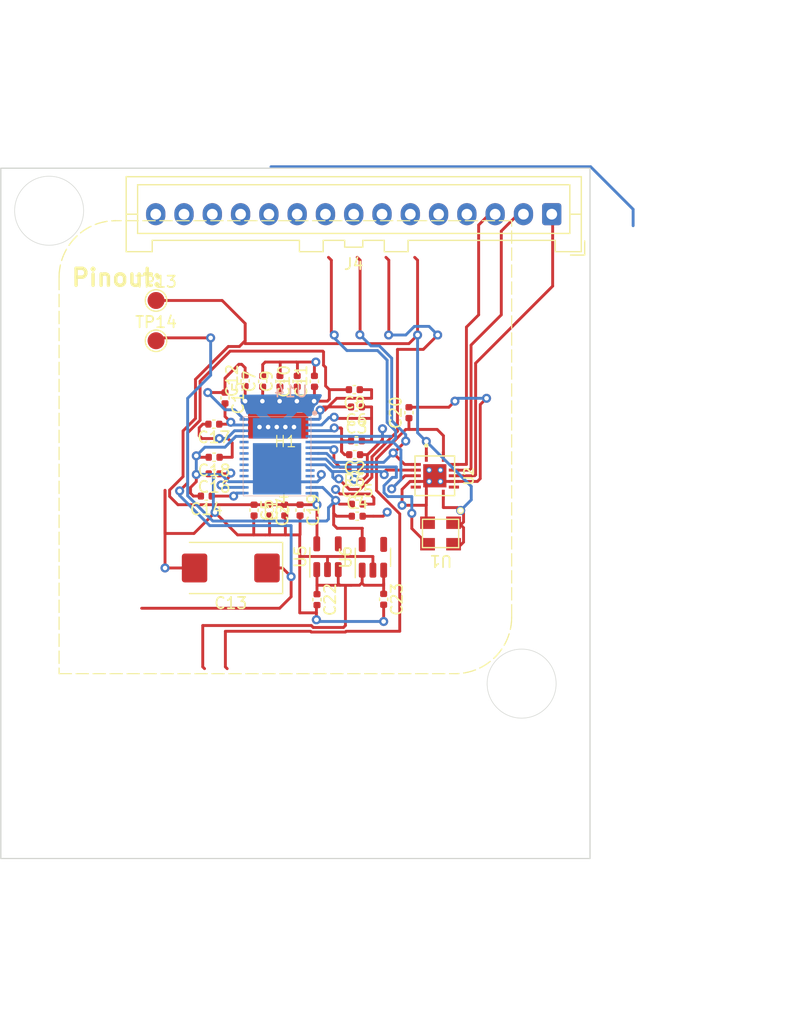
<source format=kicad_pcb>
(kicad_pcb (version 20221018) (generator pcbnew)
  (layers (0 "F.Cu" signal) (1 "In1.Cu" signal) (2 "In2.Cu" signal) (31 "B.Cu" signal) (34 "B.Paste" user) (35 "F.Paste" user) (36 "B.SilkS" user "B.Silkscreen") (37 "F.SilkS" user "F.Silkscreen") (38 "B.Mask" user) (39 "F.Mask" user) (44 "Edge.Cuts" user))
  (net 0 "")
  (net 1 "GND")
  (net 2 "/BM1366/1V8")
  (net 3 "/BM1366/INV_CLKO")
  (net 4 "/VDD")
  (net 5 "/5V")
  (net 6 "/TX")
  (net 7 "/RX")
  (net 8 "/BM1366/VDD3_0")
  (net 9 "/BM1366/VDD2_0")
  (net 10 "/RST")
  (net 11 "/BM1366/PIN_MODE")
  (net 12 "/BM1366/0V8")
  (net 13 "/BM1366/VDD1_0")
  (net 14 "/BM1366/VDD1_1")
  (net 15 "/BM1366/VDD2_1")
  (net 16 "/BM1366/VDD3_1")
  (net 17 "/BM1366/CI")
  (net 18 "/BM1366/RST_N")
  (net 19 "/BM1366/RI")
  (net 20 "/BM1366/CLKI")
  (net 21 "/BM1366/NRSTO")
  (net 22 "/BM1366/BO")
  (net 23 "/BM1366/CLKO")
  (net 24 "/BM1366/CO")
  (net 25 "/BM1366/ADDR0")
  (net 28 "/BM1366/BI")
  (net 29 "/BM1366/ADDR1")
  (net 32 "Net-(U14-VDDIO_18_1)")
  (net 33 "Net-(U14-VDDIO_08_1)")
  (net 34 "/3V3")
  (net 35 "/BM1366/RO")
  (footprint "Capacitor_SMD:C_0402_1005Metric" (layer "F.Cu") (at 141.732 71.628 180)
    (fp_text reference "C8")
    (fp_text value "1uF")
  )
  (footprint "Capacitor_SMD:C_0402_1005Metric" (layer "F.Cu") (at 141.9172 76.1492)
    (fp_text reference "C3")
    (fp_text value "1uF")
  )
  (footprint "Package_TO_SOT_SMD:SOT-23-5" (layer "F.Cu") (at 143.3728 86.4307 90)
    (fp_text reference "U6")
    (fp_text value "MCP1824T-0802E")
  )
  (footprint "Capacitor_SMD:C_0402_1005Metric" (layer "F.Cu") (at 135.156 70.894 90)
    (fp_text reference "C9")
    (fp_text value "0.1uF")
  )
  (footprint "Capacitor_SMD:C_0402_1005Metric" (layer "F.Cu") (at 132.08 70.838 90)
    (fp_text reference "C12")
    (fp_text value "1uF")
  )
  (footprint "Capacitor_SMD:C_0402_1005Metric" (layer "F.Cu") (at 141.986 81.7372)
    (fp_text reference "C25")
    (fp_text value "1uF")
  )
  (footprint "Capacitor_SMD:C_0402_1005Metric" (layer "F.Cu") (at 144.3228 90.142 -90)
    (fp_text reference "C23")
    (fp_text value "1uF")
  )
  (footprint "Capacitor_SMD:C_0402_1005Metric" (layer "F.Cu") (at 136.68 70.894 90)
    (fp_text reference "C10")
    (fp_text value "1uF")
  )
  (footprint "Capacitor_SMD:C_0402_1005Metric" (layer "F.Cu") (at 130.302 72.362 -90)
    (fp_text reference "C15")
    (fp_text value "1uF")
  )
  (footprint "bitaxe:TXB0104" (layer "F.Cu") (at 148.844 79.232 -90)
    (fp_text reference "U2")
    (fp_text value "TXB0104RGYR")
  )
  (footprint "Capacitor_SMD:C_0402_1005Metric" (layer "F.Cu") (at 141.76 77.3684 180)
    (fp_text reference "C2")
    (fp_text value "1uF")
  )
  (footprint "Capacitor_SMD:C_0402_1005Metric" (layer "F.Cu") (at 129.342 77.597 180)
    (fp_text reference "C18")
    (fp_text value "1uF")
  )
  (footprint "Capacitor_SMD:C_0402_1005Metric" (layer "F.Cu") (at 135.579332 82.268 90)
    (fp_text reference "C1")
    (fp_text value "0.1uF")
  )
  (footprint "Capacitor_SMD:C_0402_1005Metric" (layer "F.Cu") (at 138.204 70.894 90)
    (fp_text reference "C11")
    (fp_text value "1uF")
  )
  (footprint "Capacitor_SMD:C_0402_1005Metric" (layer "F.Cu") (at 134.224666 82.268 -90)
    (fp_text reference "C24")
    (fp_text value "1uF")
  )
  (footprint "Capacitor_SMD:C_0402_1005Metric" (layer "F.Cu") (at 128.6484 81.026 180)
    (fp_text reference "C14")
    (fp_text value "1uF")
  )
  (footprint "TestPoint:TestPoint_Pad_D1.5mm" (layer "F.Cu") (at 124.206 67.31)
    (fp_text reference "TP14")
    (fp_text value "TestPoint")
  )
  (footprint "Capacitor_SMD:C_0402_1005Metric" (layer "F.Cu") (at 146.558 73.66 90)
    (fp_text reference "C20")
    (fp_text value "0.1uF")
  )
  (footprint "bitaxe:O 25,0-JO32-B-1V3-1-T1-LF" (layer "F.Cu") (at 149.352 84.328 180)
    (fp_text reference "U1")
    (fp_text value "25MHz")
  )
  (footprint "Capacitor_Tantalum_SMD:CP_EIA-7343-31_Kemet-D_Pad2.25x2.55mm_HandSolder" (layer "F.Cu") (at 130.81 87.376 180)
    (fp_text reference "C13")
    (fp_text value "330uF")
  )
  (footprint "Capacitor_SMD:C_0402_1005Metric" (layer "F.Cu") (at 129.342 79.0575 180)
    (fp_text reference "C16")
    (fp_text value "1uF")
  )
  (footprint "Capacitor_SMD:C_0402_1005Metric" (layer "F.Cu") (at 141.986 82.804)
    (fp_text reference "C4")
    (fp_text value "1uF")
  )
  (footprint "Connector_JST:JST_XA_B15B-XASK-1_1x15_P2.50mm_Vertical" (layer "F.Cu") (at 159.178 56.134 180)
    (fp_text reference "J4")
    (fp_text value "Conn_01x15")
  )
  (footprint "bitaxe:heatsink_mount_bridge" (layer "F.Cu") (at 135.636 76.708)
    (fp_text reference "H1")
    (fp_text value "MountingHole")
    (fp_circle (center -20.88 -20.88) (end -17.832 -20.88) (stroke (width 0.05)) (fill none) (layer "Edge.Cuts"))
    (fp_circle (center 20.88 20.88) (end 23.928 20.88) (stroke (width 0.05)) (fill none) (layer "Edge.Cuts"))
  )
  (footprint "Capacitor_SMD:C_0402_1005Metric" (layer "F.Cu") (at 136.934 82.268 -90)
    (fp_text reference "C19")
    (fp_text value "0.1uF")
  )
  (footprint "TestPoint:TestPoint_Pad_D1.5mm" (layer "F.Cu") (at 124.206 63.754)
    (fp_text reference "TP13")
    (fp_text value "TestPoint")
  )
  (footprint "Resistor_SMD:R_0402_1005Metric" (layer "F.Cu") (at 141.73 78.486 180)
    (fp_text reference "R6")
    (fp_text value "10k")
  )
  (footprint "Capacitor_SMD:C_0402_1005Metric" (layer "F.Cu") (at 133.632 70.894 90)
    (fp_text reference "C7")
    (fp_text value "0.1uF")
  )
  (footprint "Capacitor_SMD:C_0402_1005Metric" (layer "F.Cu") (at 129.314 74.676 180)
    (fp_text reference "C17")
    (fp_text value "1uF")
  )
  (footprint "Capacitor_SMD:C_0402_1005Metric" (layer "F.Cu") (at 141.9172 73.152 180)
    (fp_text reference "C6")
    (fp_text value "1uF")
  )
  (footprint "Package_TO_SOT_SMD:SOT-23-5" (layer "F.Cu") (at 139.3596 86.3799 90)
    (fp_text reference "U5")
    (fp_text value "MCP1824T-1802E")
  )
  (footprint "Capacitor_SMD:C_0402_1005Metric" (layer "F.Cu") (at 132.87 82.268 -90)
    (fp_text reference "C5")
    (fp_text value "1uF")
  )
  (footprint "Capacitor_SMD:C_0402_1005Metric" (layer "F.Cu") (at 138.43 90.17 -90)
    (fp_text reference "C22")
    (fp_text value "1uF")
  )
  (footprint "bitaxe:BM1366" (layer "B.Cu") (at 134.902 77.509 180)
    (fp_text reference "U14")
    (fp_text value "BM1366_mode1")
  )
  (gr_line (start 110.49 52.07) (end 110.49 113.03) (stroke (width 0.1)) (layer "Edge.Cuts"))
  (gr_line (start 110.49 113.03) (end 162.56 113.03) (stroke (width 0.1)) (layer "Edge.Cuts"))
  (gr_line (start 110.49 52.07) (end 162.56 52.07) (stroke (width 0.1)) (layer "Edge.Cuts"))
  (gr_line (start 162.56 52.07) (end 162.56 113.03) (stroke (width 0.1)) (layer "Edge.Cuts"))
  (gr_text "Pinout:\n\n" (at 116.586 65.024) (layer "F.SilkS") (effects (font (size 1.5 1.5) (thickness 0.3) bold) (justify left bottom)))
  (segment (start 166.37 55.700395) (end 162.612605 51.943) (width 0.254) (layer "B.Cu") (net 0))
  (segment (start 162.612605 51.943) (end 134.366 51.943) (width 0.254) (layer "B.Cu") (net 0))
  (segment (start 166.37 57.15) (end 166.37 55.700395) (width 0.254) (layer "B.Cu") (net 0))
  (segment (start 129.419626 82.466515) (end 127.558141 84.328) (width 0.254) (layer "F.Cu") (net 1))
  (segment (start 132.842 84.455) (end 132.842 82.776) (width 0.254) (layer "F.Cu") (net 1))
  (segment (start 138.204 69.314) (end 138.3284 69.1896) (width 0.254) (layer "F.Cu") (net 1))
  (segment (start 135.1788 70.3912) (end 135.156 70.414) (width 0.254) (layer "F.Cu") (net 1))
  (segment (start 127.762 77.47) (end 127.889 77.597) (width 0.254) (layer "F.Cu") (net 1))
  (segment (start 127.762 79.121) (end 128.397 79.121) (width 0.254) (layer "F.Cu") (net 1))
  (segment (start 146.653817 79.732) (end 145.9484 80.437417) (width 0.254) (layer "F.Cu") (net 1))
  (segment (start 124.9998 84.328) (end 124.9998 80.518) (width 0.254) (layer "F.Cu") (net 1))
  (segment (start 127.508 81.026) (end 128.1684 81.026) (width 0.254) (layer "F.Cu") (net 1))
  (segment (start 136.7028 69.2912) (end 136.7028 70.3912) (width 0.254) (layer "F.Cu") (net 1))
  (segment (start 135.128 69.1896) (end 135.1788 69.2404) (width 0.254) (layer "F.Cu") (net 1))
  (segment (start 135.128 69.1896) (end 136.6012 69.1896) (width 0.254) (layer "F.Cu") (net 1))
  (segment (start 148.082 81.8508) (end 148.082 83.258) (width 0.254) (layer "F.Cu") (net 1))
  (segment (start 133.632 69.4156) (end 133.858 69.1896) (width 0.254) (layer "F.Cu") (net 1))
  (segment (start 148.094 80.917) (end 148.094 81.8388) (width 0.254) (layer "F.Cu") (net 1))
  (segment (start 127.254 80.264) (end 127.254 80.772) (width 0.254) (layer "F.Cu") (net 1))
  (segment (start 138.43 90.65) (end 138.3792 90.7008) (width 0.254) (layer "F.Cu") (net 1))
  (segment (start 148.082 83.258) (end 148.202 83.378) (width 0.254) (layer "F.Cu") (net 1))
  (segment (start 127.762 79.121) (end 127.762 79.756) (width 0.254) (layer "F.Cu") (net 1))
  (segment (start 142.879155 77.387556) (end 143.026356 77.240356) (width 0.254) (layer "F.Cu") (net 1))
  (segment (start 136.906 84.455) (end 136.906 86.2584) (width 0.254) (layer "F.Cu") (net 1))
  (segment (start 143.026356 77.240356) (end 144.2212 76.045511) (width 0.254) (layer "F.Cu") (net 1))
  (segment (start 152.8572 79.483098) (end 152.608298 79.732) (width 0.254) (layer "F.Cu") (net 1))
  (segment (start 131.408111 84.455) (end 132.842 84.455) (width 0.254) (layer "F.Cu") (net 1))
  (segment (start 143.1036 80.840753) (end 143.4592 81.196353) (width 0.254) (layer "F.Cu") (net 1))
  (segment (start 142.537234 79.5395) (end 142.879155 79.197579) (width 0.254) (layer "F.Cu") (net 1))
  (segment (start 142.24 77.3684) (end 142.898312 77.3684) (width 0.254) (layer "F.Cu") (net 1))
  (segment (start 142.898312 77.3684) (end 143.026356 77.240356) (width 0.254) (layer "F.Cu") (net 1))
  (segment (start 148.094 79.982) (end 148.844 79.232) (width 0.254) (layer "F.Cu") (net 1))
  (segment (start 127.558141 84.328) (end 124.9998 84.328) (width 0.254) (layer "F.Cu") (net 1))
  (segment (start 136.906 91.3384) (end 138.3792 91.3384) (width 0.254) (layer "F.Cu") (net 1))
  (segment (start 136.934 84.427) (end 136.906 84.455) (width 0.254) (layer "F.Cu") (net 1))
  (segment (start 136.6012 69.1896) (end 136.7028 69.2912) (width 0.254) (layer "F.Cu") (net 1))
  (segment (start 148.094 80.917) (end 148.094 79.982) (width 0.254) (layer "F.Cu") (net 1))
  (segment (start 144.2212 76.045511) (end 144.2212 75.0824) (width 0.254) (layer "F.Cu") (net 1))
  (segment (start 144.272 82.804) (end 144.632336 82.443664) (width 0.254) (layer "F.Cu") (net 1))
  (segment (start 134.239 84.455) (end 134.239 82.762334) (width 0.254) (layer "F.Cu") (net 1))
  (segment (start 128.397 79.121) (end 128.7985 79.121) (width 0.254) (layer "F.Cu") (net 1))
  (segment (start 136.934 82.748) (end 136.934 84.427) (width 0.254) (layer "F.Cu") (net 1))
  (segment (start 148.344 78.732) (end 149.344 78.732) (width 0.254) (layer "F.Cu") (net 1))
  (segment (start 148.094 81.8388) (end 145.9484 81.8388) (width 0.254) (layer "F.Cu") (net 1))
  (segment (start 128.862 79.0575) (end 128.9685 79.0575) (width 0.254) (layer "F.Cu") (net 1))
  (segment (start 136.906 84.455) (end 135.636 84.455) (width 0.254) (layer "F.Cu") (net 1))
  (segment (start 138.3792 91.948) (end 138.3792 91.3384) (width 0.254) (layer "F.Cu") (net 1))
  (segment (start 140.073167 80.439057) (end 140.474863 80.840753) (width 0.254) (layer "F.Cu") (net 1))
  (segment (start 140.474863 80.840753) (end 143.1036 80.840753) (width 0.254) (layer "F.Cu") (net 1))
  (segment (start 143.3728 87.5682) (end 143.3728 86.36) (width 0.254) (layer "F.Cu") (net 1))
  (segment (start 128.9685 79.0575) (end 128.9812 79.0448) (width 0.254) (layer "F.Cu") (net 1))
  (segment (start 147.159 79.732) (end 150.529 79.732) (width 0.254) (layer "F.Cu") (net 1))
  (segment (start 145.9484 80.437417) (end 145.9484 81.8388) (width 0.254) (layer "F.Cu") (net 1))
  (segment (start 150.529 79.732) (end 152.608298 79.732) (width 0.254) (layer "F.Cu") (net 1))
  (segment (start 127.254 80.772) (end 127.508 81.026) (width 0.254) (layer "F.Cu") (net 1))
  (segment (start 147.159 79.732) (end 146.653817 79.732) (width 0.254) (layer "F.Cu") (net 1))
  (segment (start 133.858 84.455) (end 134.239 84.455) (width 0.254) (layer "F.Cu") (net 1))
  (segment (start 150.086 73.18) (end 146.558 73.18) (width 0.254) (layer "F.Cu") (net 1))
  (segment (start 143.3728 86.36) (end 137.0076 86.36) (width 0.254) (layer "F.Cu") (net 1))
  (segment (start 139.3596 86.456437) (end 139.3596 87.5174) (width 0.254) (layer "F.Cu") (net 1))
  (segment (start 138.3792 90.7008) (end 138.3792 91.3384) (width 0.254) (layer "F.Cu") (net 1))
  (segment (start 143.4592 81.7372) (end 142.466 81.7372) (width 0.254) (layer "F.Cu") (net 1))
  (segment (start 135.636 84.455) (end 135.636 82.804668) (width 0.254) (layer "F.Cu") (net 1))
  (segment (start 142.879155 78.486) (end 142.879155 78.100845) (width 0.254) (layer "F.Cu") (net 1))
  (segment (start 153.416 72.39) (end 152.8572 72.9488) (width 0.254) (layer "F.Cu") (net 1))
  (segment (start 148.344 78.732) (end 148.344 79.732) (width 0.254) (layer "F.Cu") (net 1))
  (segment (start 128.7985 79.121) (end 128.862 79.0575) (width 0.254) (layer "F.Cu") (net 1))
  (segment (start 142.24 78.486) (end 142.879155 78.486) (width 0.254) (layer "F.Cu") (net 1))
  (segment (start 143.4084 82.804) (end 142.466 82.804) (width 0.254) (layer "F.Cu") (net 1))
  (segment (start 141.732 79.5395) (end 142.537234 79.5395) (width 0.254) (layer "F.Cu") (net 1))
  (segment (start 127.762 79.756) (end 127.254 80.264) (width 0.254) (layer "F.Cu") (net 1))
  (segment (start 134.239 84.455) (end 135.636 84.455) (width 0.254) (layer "F.Cu") (net 1))
  (segment (start 124.9998 87.376) (end 124.9998 80.518) (width 0.254) (layer "F.Cu") (net 1))
  (segment (start 136.7028 70.3912) (end 136.68 70.414) (width 0.254) (layer "F.Cu") (net 1))
  (segment (start 127.889 77.597) (end 128.862 77.597) (width 0.254) (layer "F.Cu") (net 1))
  (segment (start 132.842 84.455) (end 133.858 84.455) (width 0.254) (layer "F.Cu") (net 1))
  (segment (start 142.879155 78.100845) (end 142.879155 77.387556) (width 0.254) (layer "F.Cu") (net 1))
  (segment (start 138.204 70.414) (end 138.204 69.314) (width 0.254) (layer "F.Cu") (net 1))
  (segment (start 142.879155 78.5328) (end 142.879155 78.486) (width 0.254) (layer "F.Cu") (net 1))
  (segment (start 143.4592 81.196353) (end 143.4592 81.3308) (width 0.254) (layer "F.Cu") (net 1))
  (segment (start 152.8572 72.9488) (end 152.8572 79.483098) (width 0.254) (layer "F.Cu") (net 1))
  (segment (start 137.0076 86.36) (end 136.906 86.2584) (width 0.254) (layer "F.Cu") (net 1))
  (segment (start 148.094 81.8388) (end 148.082 81.8508) (width 0.254) (layer "F.Cu") (net 1))
  (segment (start 132.842 82.776) (end 132.87 82.748) (width 0.254) (layer "F.Cu") (net 1))
  (segment (start 140.073167 80.383167) (end 140.073167 80.439057) (width 0.254) (layer "F.Cu") (net 1))
  (segment (start 133.632 70.414) (end 133.632 69.4156) (width 0.254) (layer "F.Cu") (net 1))
  (segment (start 135.1788 69.2404) (end 135.1788 70.3912) (width 0.254) (layer "F.Cu") (net 1))
  (segment (start 149.344 78.732) (end 149.344 79.732) (width 0.254) (layer "F.Cu") (net 1))
  (segment (start 136.906 86.2584) (end 136.906 91.3384) (width 0.254) (layer "F.Cu") (net 1))
  (segment (start 135.636 82.804668) (end 135.579332 82.748) (width 0.254) (layer "F.Cu") (net 1))
  (segment (start 134.239 82.762334) (end 134.224666 82.748) (width 0.254) (layer "F.Cu") (net 1))
  (segment (start 127.61 87.376) (end 124.9998 87.376) (width 0.254) (layer "F.Cu") (net 1))
  (segment (start 142.879155 79.197579) (end 142.879155 78.100845) (width 0.254) (layer "F.Cu") (net 1))
  (segment (start 136.6012 69.1896) (end 138.3284 69.1896) (width 0.254) (layer "F.Cu") (net 1))
  (segment (start 143.4592 81.3308) (end 143.4592 81.7372) (width 0.254) (layer "F.Cu") (net 1))
  (segment (start 150.622 72.644) (end 150.086 73.18) (width 0.254) (layer "F.Cu") (net 1))
  (segment (start 129.419626 82.466515) (end 131.408111 84.455) (width 0.254) (layer "F.Cu") (net 1))
  (segment (start 144.3228 92.1004) (end 144.3228 90.622) (width 0.254) (layer "F.Cu") (net 1))
  (segment (start 143.4084 82.804) (end 144.272 82.804) (width 0.254) (layer "F.Cu") (net 1))
  (segment (start 133.858 69.1896) (end 135.128 69.1896) (width 0.254) (layer "F.Cu") (net 1))
  (via (at 150.622 72.644) (size 0.8) (drill 0.4) (layers "F.Cu" "B.Cu") (net 1))
  (via (at 127.762 77.47) (size 0.8) (drill 0.4) (layers "F.Cu" "B.Cu") (net 1))
  (via (at 138.3284 69.1896) (size 0.8) (drill 0.4) (layers "F.Cu" "B.Cu") (net 1))
  (via (at 144.3228 92.1004) (size 0.8) (drill 0.4) (layers "F.Cu" "B.Cu") (net 1))
  (via (at 145.9484 81.8388) (size 0.8) (drill 0.4) (layers "F.Cu" "B.Cu") (net 1))
  (via (at 138.3792 91.948) (size 0.8) (drill 0.4) (layers "F.Cu" "B.Cu") (net 1))
  (via (at 138.811 79.121) (size 0.8) (drill 0.4) (layers "F.Cu" "B.Cu") (net 1))
  (via (at 138.3792 91.948) (size 0.8) (drill 0.4) (layers "F.Cu" "B.Cu") (net 1))
  (via (at 144.2212 75.0824) (size 0.8) (drill 0.4) (layers "F.Cu" "B.Cu") (net 1))
  (via (at 140.073167 80.439057) (size 0.8) (drill 0.4) (layers "F.Cu" "B.Cu") (net 1))
  (via (at 129.419626 82.466515) (size 0.8) (drill 0.4) (layers "F.Cu" "B.Cu") (net 1))
  (via (at 141.732 79.5395) (size 0.8) (drill 0.4) (layers "F.Cu" "B.Cu") (net 1))
  (via (at 124.9998 87.376) (size 0.8) (drill 0.4) (layers "F.Cu" "B.Cu") (net 1))
  (via (at 153.416 72.39) (size 0.8) (drill 0.4) (layers "F.Cu" "B.Cu") (net 1))
  (via (at 127.762 79.121) (size 0.8) (drill 0.4) (layers "F.Cu" "B.Cu") (net 1))
  (via (at 144.632336 82.443664) (size 0.8) (drill 0.4) (layers "F.Cu" "B.Cu") (net 1))
  (segment (start 137.818 79.768) (end 138.468 79.768) (width 0.254) (layer "B.Cu") (net 1))
  (segment (start 138.468 79.768) (end 138.811 79.425) (width 0.254) (layer "B.Cu") (net 1))
  (segment (start 144.2212 75.752) (end 144.974 75.752) (width 0.254) (layer "B.Cu") (net 1))
  (segment (start 130.936646 76.072647) (end 130.937353 76.072647) (width 0.254) (layer "B.Cu") (net 1))
  (segment (start 145.8976 81.788) (end 145.9484 81.8388) (width 0.254) (layer "B.Cu") (net 1))
  (segment (start 134.902 78.617) (end 136.053 79.768) (width 0.254) (layer "B.Cu") (net 1))
  (segment (start 138.811 79.425) (end 138.811 79.121) (width 0.254) (layer "B.Cu") (net 1))
  (segment (start 134.902 78.1532) (end 134.902 78.617) (width 0.254) (layer "B.Cu") (net 1))
  (segment (start 127.762 79.121) (end 127.762 77.47) (width 0.254) (layer "B.Cu") (net 1))
  (segment (start 131.986 79.759) (end 133.76 79.759) (width 0.254) (layer "B.Cu") (net 1))
  (segment (start 130.614183 79.759) (end 131.986 79.759) (width 0.254) (layer "B.Cu") (net 1))
  (segment (start 144.2212 75.0824) (end 144.2212 75.752) (width 0.254) (layer "B.Cu") (net 1))
  (segment (start 129.286 79.121) (end 127.762 79.121) (width 0.254) (layer "B.Cu") (net 1))
  (segment (start 130.614183 79.759) (end 129.976183 79.121) (width 0.254) (layer "B.Cu") (net 1))
  (segment (start 129.976183 79.121) (end 129.286 79.121) (width 0.254) (layer "B.Cu") (net 1))
  (segment (start 138.3792 91.948) (end 138.5316 92.1004) (width 0.254) (layer "B.Cu") (net 1))
  (segment (start 133.76 79.759) (end 134.902 78.617) (width 0.254) (layer "B.Cu") (net 1))
  (segment (start 134.902 78.1532) (end 135.9408 77.1144) (width 0.254) (layer "B.Cu") (net 1))
  (segment (start 129.419626 82.466515) (end 129.268216 82.315105) (width 0.254) (layer "B.Cu") (net 1))
  (segment (start 130.302 76.708) (end 131.258 75.752) (width 0.254) (layer "B.Cu") (net 1))
  (segment (start 131.258 75.752) (end 131.986 75.752) (width 0.254) (layer "B.Cu") (net 1))
  (segment (start 129.268216 79.138784) (end 129.286 79.121) (width 0.254) (layer "B.Cu") (net 1))
  (segment (start 129.268216 82.315105) (end 129.268216 79.138784) (width 0.254) (layer "B.Cu") (net 1))
  (segment (start 138.303 92.0242) (end 138.3792 91.948) (width 0.254) (layer "B.Cu") (net 1))
  (segment (start 153.416 72.39) (end 150.876 72.39) (width 0.254) (layer "B.Cu") (net 1))
  (segment (start 130.937353 76.072647) (end 131.258 75.752) (width 0.254) (layer "B.Cu") (net 1))
  (segment (start 136.053 79.768) (end 137.818 79.768) (width 0.254) (layer "B.Cu") (net 1))
  (segment (start 137.818 75.752) (end 144.2212 75.752) (width 0.254) (layer "B.Cu") (net 1))
  (segment (start 134.902 78.0568) (end 133.9596 77.1144) (width 0.254) (layer "B.Cu") (net 1))
  (segment (start 128.524 76.708) (end 130.302 76.708) (width 0.254) (layer "B.Cu") (net 1))
  (segment (start 134.902 78.0568) (end 134.902 78.617) (width 0.254) (layer "B.Cu") (net 1))
  (segment (start 138.5316 92.1004) (end 144.3228 92.1004) (width 0.254) (layer "B.Cu") (net 1))
  (segment (start 127.762 77.47) (end 128.524 76.708) (width 0.254) (layer "B.Cu") (net 1))
  (segment (start 150.876 72.39) (end 150.622 72.644) (width 0.254) (layer "B.Cu") (net 1))
  (segment (start 132.87 81.788) (end 126.140783 81.788) (width 0.254) (layer "F.Cu") (net 2))
  (segment (start 126.5936 75.269664) (end 127.6922 74.171064) (width 0.254) (layer "F.Cu") (net 2))
  (segment (start 125.4062 80.490583) (end 126.5936 79.303183) (width 0.254) (layer "F.Cu") (net 2))
  (segment (start 132.87 81.788) (end 134.224666 81.788) (width 0.254) (layer "F.Cu") (net 2))
  (segment (start 150.568 85.344) (end 151.13 85.344) (width 0.254) (layer "F.Cu") (net 2))
  (segment (start 148.094 76.2) (end 148.094 77.547) (width 0.254) (layer "F.Cu") (net 2))
  (segment (start 138.43 85.222) (end 138.4096 85.2424) (width 0.254) (layer "F.Cu") (net 2))
  (segment (start 151.13 82.296) (end 150.876 82.042) (width 0.254) (layer "F.Cu") (net 2))
  (segment (start 151.384 82.55) (end 151.384 83.312) (width 0.254) (layer "F.Cu") (net 2))
  (segment (start 131.572 67.818) (end 132.08 67.31) (width 0.254) (layer "F.Cu") (net 2))
  (segment (start 130.590864 67.818) (end 131.572 67.818) (width 0.254) (layer "F.Cu") (net 2))
  (segment (start 150.502 83.378) (end 150.942 83.378) (width 0.254) (layer "F.Cu") (net 2))
  (segment (start 132.08 67.564) (end 132.08 65.786) (width 0.254) (layer "F.Cu") (net 2))
  (segment (start 138.43 81.788) (end 138.43 85.222) (width 0.254) (layer "F.Cu") (net 2))
  (segment (start 146.558 67.564) (end 132.08 67.564) (width 0.254) (layer "F.Cu") (net 2))
  (segment (start 151.13 82.296) (end 151.384 82.55) (width 0.254) (layer "F.Cu") (net 2))
  (segment (start 147.32 60.198) (end 147.066 59.944) (width 0.254) (layer "F.Cu") (net 2))
  (segment (start 151.13 85.344) (end 151.384 85.09) (width 0.254) (layer "F.Cu") (net 2))
  (segment (start 151.384 83.82) (end 151.13 83.566) (width 0.254) (layer "F.Cu") (net 2))
  (segment (start 150.876 82.042) (end 149.606 82.042) (width 0.254) (layer "F.Cu") (net 2))
  (segment (start 151.384 85.09) (end 151.384 83.82) (width 0.254) (layer "F.Cu") (net 2))
  (segment (start 135.579332 81.788) (end 136.934 81.788) (width 0.254) (layer "F.Cu") (net 2))
  (segment (start 130.048 63.754) (end 124.206 63.754) (width 0.254) (layer "F.Cu") (net 2))
  (segment (start 149.606 82.042) (end 149.594 82.03) (width 0.254) (layer "F.Cu") (net 2))
  (segment (start 149.594 82.03) (end 149.594 80.917) (width 0.254) (layer "F.Cu") (net 2))
  (segment (start 150.942 83.378) (end 151.13 83.566) (width 0.254) (layer "F.Cu") (net 2))
  (segment (start 138.43 81.788) (end 136.934 81.788) (width 0.254) (layer "F.Cu") (net 2))
  (segment (start 127.6922 70.716664) (end 130.590864 67.818) (width 0.254) (layer "F.Cu") (net 2))
  (segment (start 132.08 67.31) (end 132.08 65.786) (width 0.254) (layer "F.Cu") (net 2))
  (segment (start 150.502 85.278) (end 150.568 85.344) (width 0.254) (layer "F.Cu") (net 2))
  (segment (start 125.4062 81.053417) (end 125.4062 80.490583) (width 0.254) (layer "F.Cu") (net 2))
  (segment (start 126.5936 79.303183) (end 126.5936 75.269664) (width 0.254) (layer "F.Cu") (net 2))
  (segment (start 134.224666 81.788) (end 135.579332 81.788) (width 0.254) (layer "F.Cu") (net 2))
  (segment (start 132.08 65.786) (end 130.048 63.754) (width 0.254) (layer "F.Cu") (net 2))
  (segment (start 127.6922 74.171064) (end 127.6922 70.716664) (width 0.254) (layer "F.Cu") (net 2))
  (segment (start 126.140783 81.788) (end 125.4062 81.053417) (width 0.254) (layer "F.Cu") (net 2))
  (segment (start 151.384 83.312) (end 151.13 83.566) (width 0.254) (layer "F.Cu") (net 2))
  (segment (start 147.32 66.802) (end 147.32 60.198) (width 0.254) (layer "F.Cu") (net 2))
  (segment (start 147.32 66.802) (end 146.558 67.564) (width 0.254) (layer "F.Cu") (net 2))
  (via (at 138.43 81.788) (size 0.8) (drill 0.4) (layers "F.Cu" "B.Cu") (net 2))
  (via (at 148.094 76.2) (size 0.8) (drill 0.4) (layers "F.Cu" "B.Cu") (net 2))
  (via (at 147.32 66.802) (size 0.8) (drill 0.4) (layers "F.Cu" "B.Cu") (net 2))
  (via (at 151.13 82.296) (size 0.8) (drill 0.4) (layers "F.Cu" "B.Cu") (net 2))
  (segment (start 147.32 75.438) (end 148.082 76.2) (width 0.254) (layer "B.Cu") (net 2))
  (segment (start 138.43 81.788) (end 138.43 80.772) (width 0.254) (layer "B.Cu") (net 2))
  (segment (start 147.32 66.802) (end 147.32 75.438) (width 0.254) (layer "B.Cu") (net 2))
  (segment (start 152.0634 81.3626) (end 152.0634 80.1694) (width 0.254) (layer "B.Cu") (net 2))
  (segment (start 151.13 82.296) (end 152.0634 81.3626) (width 0.254) (layer "B.Cu") (net 2))
  (segment (start 148.094 76.2) (end 148.082 76.188) (width 0.254) (layer "B.Cu") (net 2))
  (segment (start 138.43 80.772) (end 137.818 80.772) (width 0.254) (layer "B.Cu") (net 2))
  (segment (start 152.0634 80.1694) (end 148.094 76.2) (width 0.254) (layer "B.Cu") (net 2))
  (segment (start 148.082 76.2) (end 148.094 76.2) (width 0.254) (layer "B.Cu") (net 2))
  (segment (start 138.204 71.374) (end 138.43 71.374) (width 0.254) (layer "F.Cu") (net 4))
  (segment (start 127 79.856894) (end 127 75.438) (width 0.254) (layer "F.Cu") (net 4))
  (segment (start 130.7592 68.2244) (end 138.938 68.2244) (width 0.254) (layer "F.Cu") (net 4))
  (segment (start 127 75.438) (end 128.0986 74.3394) (width 0.254) (layer "F.Cu") (net 4))
  (segment (start 133.632 71.374) (end 133.632 72.616) (width 0.254) (layer "F.Cu") (net 4))
  (segment (start 133.632 72.616) (end 133.604 72.644) (width 0.254) (layer "F.Cu") (net 4))
  (segment (start 135.156 72.616) (end 135.128 72.644) (width 0.254) (layer "F.Cu") (net 4))
  (segment (start 132.136 71.374) (end 132.108 71.346) (width 0.254) (layer "F.Cu") (net 4))
  (segment (start 128.0986 74.3394) (end 128.0986 70.885) (width 0.254) (layer "F.Cu") (net 4))
  (segment (start 138.204 72.616) (end 138.176 72.644) (width 0.254) (layer "F.Cu") (net 4))
  (segment (start 136.144 89.916) (end 135.128 90.932) (width 0.254) (layer "F.Cu") (net 4))
  (segment (start 139.192 69.655217) (end 139.192 71.2978) (width 0.254) (layer "F.Cu") (net 4))
  (segment (start 136.68 72.616) (end 136.652 72.644) (width 0.254) (layer "F.Cu") (net 4))
  (segment (start 138.938 68.2244) (end 139.0078 68.2942) (width 0.254) (layer "F.Cu") (net 4))
  (segment (start 139.5222 72.4662) (end 139.3444 72.644) (width 0.254) (layer "F.Cu") (net 4))
  (segment (start 139.192 71.2978) (end 139.5222 71.628) (width 0.254) (layer "F.Cu") (net 4))
  (segment (start 139.0078 68.2942) (end 139.0078 69.471017) (width 0.254) (layer "F.Cu") (net 4))
  (segment (start 135.128 90.932) (end 122.936 90.932) (width 0.254) (layer "F.Cu") (net 4))
  (segment (start 139.0078 69.471017) (end 139.192 69.655217) (width 0.254) (layer "F.Cu") (net 4))
  (segment (start 138.204 71.374) (end 138.204 72.616) (width 0.254) (layer "F.Cu") (net 4))
  (segment (start 132.08 71.318) (end 132.08 72.644) (width 0.254) (layer "F.Cu") (net 4))
  (segment (start 126.288447 80.568447) (end 127 79.856894) (width 0.254) (layer "F.Cu") (net 4))
  (segment (start 136.68 71.374) (end 136.68 72.616) (width 0.254) (layer "F.Cu") (net 4))
  (segment (start 135.156 71.374) (end 135.156 72.616) (width 0.254) (layer "F.Cu") (net 4))
  (segment (start 139.3444 72.644) (end 138.176 72.644) (width 0.254) (layer "F.Cu") (net 4))
  (segment (start 141.252 71.628) (end 139.5222 71.628) (width 0.254) (layer "F.Cu") (net 4))
  (segment (start 139.5222 71.628) (end 139.5222 72.4662) (width 0.254) (layer "F.Cu") (net 4))
  (segment (start 136.144 88.138) (end 135.382 87.376) (width 0.254) (layer "F.Cu") (net 4))
  (segment (start 128.0986 70.885) (end 130.7592 68.2244) (width 0.254) (layer "F.Cu") (net 4))
  (segment (start 135.382 87.376) (end 134.01 87.376) (width 0.254) (layer "F.Cu") (net 4))
  (segment (start 136.144 88.138) (end 136.144 89.916) (width 0.254) (layer "F.Cu") (net 4))
  (via (at 135.128 72.644) (size 0.8) (drill 0.4) (layers "F.Cu" "B.Cu") (net 4))
  (via (at 138.176 72.644) (size 0.8) (drill 0.4) (layers "F.Cu" "B.Cu") (net 4))
  (via (at 136.652 72.644) (size 0.8) (drill 0.4) (layers "F.Cu" "B.Cu") (net 4))
  (via (at 136.398 74.93) (size 0.8) (drill 0.4) (layers "F.Cu" "B.Cu") (net 4))
  (via (at 134.112 74.93) (size 0.8) (drill 0.4) (layers "F.Cu" "B.Cu") (net 4))
  (via (at 134.874 74.93) (size 0.8) (drill 0.4) (layers "F.Cu" "B.Cu") (net 4))
  (via (at 136.144 88.138) (size 0.8) (drill 0.4) (layers "F.Cu" "B.Cu") (net 4))
  (via (at 133.35 74.93) (size 0.8) (drill 0.4) (layers "F.Cu" "B.Cu") (net 4))
  (via (at 132.08 72.644) (size 0.8) (drill 0.4) (layers "F.Cu" "B.Cu") (net 4))
  (via (at 126.288447 80.568447) (size 0.8) (drill 0.4) (layers "F.Cu" "B.Cu") (net 4))
  (via (at 133.604 72.644) (size 0.8) (drill 0.4) (layers "F.Cu" "B.Cu") (net 4))
  (via (at 135.636 74.93) (size 0.8) (drill 0.4) (layers "F.Cu" "B.Cu") (net 4))
  (segment (start 136.652 73.291) (end 136.4675 73.4755) (width 0.254) (layer "B.Cu") (net 4))
  (segment (start 133.096 73.66) (end 134.112 74.676) (width 0.254) (layer "B.Cu") (net 4))
  (segment (start 134.874 74.93) (end 134.874 75.069) (width 0.254) (layer "B.Cu") (net 4))
  (segment (start 136.652 72.644) (end 136.652 73.291) (width 0.254) (layer "B.Cu") (net 4))
  (segment (start 137.299 72.644) (end 135.636 74.307) (width 0.254) (layer "B.Cu") (net 4))
  (segment (start 134.112 74.676) (end 134.112 74.93) (width 0.254) (layer "B.Cu") (net 4))
  (segment (start 134.874 75.069) (end 134.902 75.041) (width 0.254) (layer "B.Cu") (net 4))
  (segment (start 133.604 73.6092) (end 133.604 72.644) (width 0.254) (layer "B.Cu") (net 4))
  (segment (start 134.477 75.041) (end 134.902 75.041) (width 0.254) (layer "B.Cu") (net 4))
  (segment (start 133.096 73.66) (end 133.5532 73.66) (width 0.254) (layer "B.Cu") (net 4))
  (segment (start 136.283 73.66) (end 136.4675 73.4755) (width 0.254) (layer "B.Cu") (net 4))
  (segment (start 132.08 72.644) (end 132.08 73.152) (width 0.254) (layer "B.Cu") (net 4))
  (segment (start 133.5532 73.66) (end 136.283 73.66) (width 0.254) (layer "B.Cu") (net 4))
  (segment (start 126.288447 80.568447) (end 126.288447 80.974847) (width 0.254) (layer "B.Cu") (net 4))
  (segment (start 135.013 74.93) (end 135.013 74.93) (width 0.254) (layer "B.Cu") (net 4))
  (segment (start 135.128 72.644) (end 135.128 73.6092) (width 0.254) (layer "B.Cu") (net 4))
  (segment (start 135.013 74.93) (end 134.874 74.93) (width 0.254) (layer "B.Cu") (net 4))
  (segment (start 135.636 74.93) (end 135.013 74.93) (width 0.254) (layer "B.Cu") (net 4))
  (segment (start 126.288447 80.974847) (end 128.9494 83.6358) (width 0.254) (layer "B.Cu") (net 4))
  (segment (start 134.366 74.93) (end 134.477 75.041) (width 0.254) (layer "B.Cu") (net 4))
  (segment (start 136.144 83.6358) (end 136.144 88.138) (width 0.254) (layer "B.Cu") (net 4))
  (segment (start 136.4675 73.4755) (end 134.902 75.041) (width 0.254) (layer "B.Cu") (net 4))
  (segment (start 128.9494 83.6358) (end 136.144 83.6358) (width 0.254) (layer "B.Cu") (net 4))
  (segment (start 134.112 74.93) (end 134.366 74.93) (width 0.254) (layer "B.Cu") (net 4))
  (segment (start 132.08 73.152) (end 132.588 73.66) (width 0.254) (layer "B.Cu") (net 4))
  (segment (start 132.588 73.66) (end 133.096 73.66) (width 0.254) (layer "B.Cu") (net 4))
  (segment (start 138.176 72.644) (end 137.299 72.644) (width 0.254) (layer "B.Cu") (net 4))
  (segment (start 133.5532 73.66) (end 133.604 73.6092) (width 0.254) (layer "B.Cu") (net 4))
  (segment (start 135.636 74.307) (end 135.636 74.93) (width 0.254) (layer "B.Cu") (net 4))
  (segment (start 142.3924 88.6968) (end 142.5956 88.9) (width 0.254) (layer "F.Cu") (net 5))
  (segment (start 140.944 88.9) (end 140.944 92.456) (width 0.254) (layer "F.Cu") (net 5))
  (segment (start 140.7726 92.6274) (end 138.097783 92.6274) (width 0.254) (layer "F.Cu") (net 5))
  (segment (start 140.3096 88.7476) (end 140.462 88.9) (width 0.254) (layer "F.Cu") (net 5))
  (segment (start 128.334 96.108) (end 128.492 96.266) (width 0.254) (layer "F.Cu") (net 5))
  (segment (start 137.926383 92.456) (end 128.334 92.456) (width 0.254) (layer "F.Cu") (net 5))
  (segment (start 140.3096 87.5174) (end 140.3096 88.7476) (width 0.254) (layer "F.Cu") (net 5))
  (segment (start 142.5956 88.9) (end 144.3228 88.9) (width 0.254) (layer "F.Cu") (net 5))
  (segment (start 128.334 92.456) (end 128.334 96.108) (width 0.254) (layer "F.Cu") (net 5))
  (segment (start 141.478 88.9) (end 140.462 88.9) (width 0.254) (layer "F.Cu") (net 5))
  (segment (start 141.478 88.9) (end 142.1892 88.9) (width 0.254) (layer "F.Cu") (net 5))
  (segment (start 142.4228 87.5682) (end 142.4228 88.6664) (width 0.254) (layer "F.Cu") (net 5))
  (segment (start 144.3228 87.5682) (end 144.3228 89.662) (width 0.254) (layer "F.Cu") (net 5))
  (segment (start 144.3228 88.9) (end 144.3228 88.7476) (width 0.254) (layer "F.Cu") (net 5))
  (segment (start 141.478 88.9) (end 140.944 88.9) (width 0.254) (layer "F.Cu") (net 5))
  (segment (start 142.1892 88.9) (end 142.3924 88.6968) (width 0.254) (layer "F.Cu") (net 5))
  (segment (start 138.43 89.69) (end 138.43 88.9) (width 0.254) (layer "F.Cu") (net 5))
  (segment (start 138.097783 92.6274) (end 137.926383 92.456) (width 0.254) (layer "F.Cu") (net 5))
  (segment (start 140.462 88.9) (end 138.43 88.9) (width 0.254) (layer "F.Cu") (net 5))
  (segment (start 138.43 87.5378) (end 138.4096 87.5174) (width 0.254) (layer "F.Cu") (net 5))
  (segment (start 142.4228 88.6664) (end 142.3924 88.6968) (width 0.254) (layer "F.Cu") (net 5))
  (segment (start 138.43 88.9) (end 138.43 87.5378) (width 0.254) (layer "F.Cu") (net 5))
  (segment (start 140.944 92.456) (end 140.7726 92.6274) (width 0.254) (layer "F.Cu") (net 5))
  (segment (start 152.0444 78.5876) (end 151.892 78.74) (width 0.254) (layer "F.Cu") (net 6))
  (segment (start 150.537 78.74) (end 150.529 78.732) (width 0.254) (layer "F.Cu") (net 6))
  (segment (start 154.718 65.024) (end 154.718 57.626) (width 0.254) (layer "F.Cu") (net 6))
  (segment (start 154.718 57.626) (end 156.718 55.626) (width 0.254) (layer "F.Cu") (net 6))
  (segment (start 154.718 65.024) (end 152.0444 67.6976) (width 0.254) (layer "F.Cu") (net 6))
  (segment (start 152.0444 67.6976) (end 152.0444 78.5876) (width 0.254) (layer "F.Cu") (net 6))
  (segment (start 151.892 78.74) (end 150.537 78.74) (width 0.254) (layer "F.Cu") (net 6))
  (segment (start 151.638 78.232) (end 151.638 66.104) (width 0.254) (layer "F.Cu") (net 7))
  (segment (start 152.718 57.086) (end 154.178 55.626) (width 0.254) (layer "F.Cu") (net 7))
  (segment (start 151.638 66.104) (end 152.718 65.024) (width 0.254) (layer "F.Cu") (net 7))
  (segment (start 150.529 78.232) (end 151.638 78.232) (width 0.254) (layer "F.Cu") (net 7))
  (segment (start 152.718 65.024) (end 152.718 57.086) (width 0.254) (layer "F.Cu") (net 7))
  (segment (start 140.602905 77.102905) (end 140.8684 77.3684) (width 0.254) (layer "F.Cu") (net 8))
  (segment (start 140.602905 76.1492) (end 141.4372 76.1492) (width 0.254) (layer "F.Cu") (net 8))
  (segment (start 140.8684 77.3684) (end 141.4272 77.3684) (width 0.254) (layer "F.Cu") (net 8))
  (segment (start 140.542439 75.010439) (end 140.602905 75.070905) (width 0.254) (layer "F.Cu") (net 8))
  (segment (start 139.9543 75.010439) (end 140.542439 75.010439) (width 0.254) (layer "F.Cu") (net 8))
  (segment (start 140.602905 75.070905) (end 140.602905 77.102905) (width 0.254) (layer "F.Cu") (net 8))
  (segment (start 140.602905 77.102905) (end 140.602905 76.1492) (width 0.254) (layer "F.Cu") (net 8))
  (via (at 139.9543 75.010439) (size 0.8) (drill 0.4) (layers "F.Cu" "B.Cu") (net 8))
  (segment (start 139.714739 75.25) (end 137.818 75.25) (width 0.254) (layer "B.Cu") (net 8))
  (segment (start 139.9543 75.010439) (end 139.714739 75.25) (width 0.254) (layer "B.Cu") (net 8))
  (segment (start 142.6972 73.152) (end 143.256 73.152) (width 0.254) (layer "F.Cu") (net 9))
  (segment (start 142.4432 76.172) (end 142.4152 76.2) (width 0.254) (layer "F.Cu") (net 9))
  (segment (start 139.946385 74.058569) (end 140.055816 74.168) (width 0.254) (layer "F.Cu") (net 9))
  (segment (start 140.055816 74.168) (end 143.256 74.168) (width 0.254) (layer "F.Cu") (net 9))
  (segment (start 142.494 73.152) (end 142.6972 73.152) (width 0.254) (layer "F.Cu") (net 9))
  (segment (start 142.4204 76.1492) (end 142.4432 76.172) (width 0.254) (layer "F.Cu") (net 9))
  (segment (start 142.3972 73.152) (end 142.6972 73.152) (width 0.254) (layer "F.Cu") (net 9))
  (segment (start 142.3972 73.152) (end 142.494 73.152) (width 0.254) (layer "F.Cu") (net 9))
  (segment (start 143.256 74.168) (end 143.256 76.1492) (width 0.254) (layer "F.Cu") (net 9))
  (segment (start 143.256 76.1492) (end 142.3924 76.1492) (width 0.254) (layer "F.Cu") (net 9))
  (segment (start 143.256 74.168) (end 143.256 73.152) (width 0.254) (layer "F.Cu") (net 9))
  (via (at 139.946385 74.058569) (size 0.8) (drill 0.4) (layers "F.Cu" "B.Cu") (net 9))
  (segment (start 139.4968 74.0854) (end 138.8342 74.748) (width 0.254) (layer "B.Cu") (net 9))
  (segment (start 139.946385 74.058569) (end 139.919554 74.0854) (width 0.254) (layer "B.Cu") (net 9))
  (segment (start 138.8342 74.748) (end 137.818 74.748) (width 0.254) (layer "B.Cu") (net 9))
  (segment (start 139.919554 74.0854) (end 139.4968 74.0854) (width 0.254) (layer "B.Cu") (net 9))
  (segment (start 152.4508 69.2912) (end 159.258 62.484) (width 0.254) (layer "F.Cu") (net 10))
  (segment (start 150.529 79.232) (end 152.368038 79.232) (width 0.254) (layer "F.Cu") (net 10))
  (segment (start 152.4508 79.149238) (end 152.4508 69.2912) (width 0.254) (layer "F.Cu") (net 10))
  (segment (start 152.368038 79.232) (end 152.4508 79.149238) (width 0.254) (layer "F.Cu") (net 10))
  (segment (start 159.258 62.484) (end 159.258 55.626) (width 0.254) (layer "F.Cu") (net 10))
  (segment (start 142.4228 83.8912) (end 142.4228 85.2932) (width 0.254) (layer "F.Cu") (net 12))
  (segment (start 139.9032 81.5848) (end 139.9032 82.55) (width 0.254) (layer "F.Cu") (net 12))
  (segment (start 124.46 67.056) (end 124.206 67.31) (width 0.254) (layer "F.Cu") (net 12))
  (segment (start 139.9032 82.55) (end 139.9032 83.566) (width 0.254) (layer "F.Cu") (net 12))
  (segment (start 129.032 67.056) (end 124.46 67.056) (width 0.254) (layer "F.Cu") (net 12))
  (segment (start 140.081 81.407) (end 139.9032 81.5848) (width 0.254) (layer "F.Cu") (net 12))
  (segment (start 142.4432 83.8708) (end 142.4228 83.8912) (width 0.254) (layer "F.Cu") (net 12))
  (segment (start 140.4112 81.7372) (end 141.506 81.7372) (width 0.254) (layer "F.Cu") (net 12))
  (segment (start 139.9032 83.566) (end 140.208 83.8708) (width 0.254) (layer "F.Cu") (net 12))
  (segment (start 140.208 83.8708) (end 142.4432 83.8708) (width 0.254) (layer "F.Cu") (net 12))
  (segment (start 140.1572 82.804) (end 141.506 82.804) (width 0.254) (layer "F.Cu") (net 12))
  (segment (start 139.9032 82.55) (end 140.1572 82.804) (width 0.254) (layer "F.Cu") (net 12))
  (via (at 129.032 67.056) (size 0.8) (drill 0.4) (layers "F.Cu" "B.Cu") (net 12))
  (via (at 140.081 81.407) (size 0.8) (drill 0.4) (layers "F.Cu" "B.Cu") (net 12))
  (segment (start 129.032 70.358) (end 127 72.39) (width 0.254) (layer "B.Cu") (net 12))
  (segment (start 137.824 80.264) (end 137.818 80.27) (width 0.254) (layer "B.Cu") (net 12))
  (segment (start 138.3284 80.264) (end 137.824 80.264) (width 0.254) (layer "B.Cu") (net 12))
  (segment (start 138.938 80.264) (end 138.3284 80.264) (width 0.254) (layer "B.Cu") (net 12))
  (segment (start 139.2746 83.2294) (end 139.446 83.058) (width 0.254) (layer "B.Cu") (net 12))
  (segment (start 129.032 67.056) (end 129.032 70.358) (width 0.254) (layer "B.Cu") (net 12))
  (segment (start 139.446 82.042) (end 140.081 81.407) (width 0.254) (layer "B.Cu") (net 12))
  (segment (start 140.081 81.407) (end 138.938 80.264) (width 0.254) (layer "B.Cu") (net 12))
  (segment (start 129.2224 83.2294) (end 139.2746 83.2294) (width 0.254) (layer "B.Cu") (net 12))
  (segment (start 127 81.007) (end 129.2224 83.2294) (width 0.254) (layer "B.Cu") (net 12))
  (segment (start 127 72.39) (end 127 81.007) (width 0.254) (layer "B.Cu") (net 12))
  (segment (start 139.446 83.058) (end 139.446 82.042) (width 0.254) (layer "B.Cu") (net 12))
  (segment (start 140.173136 72.39) (end 143.256 72.39) (width 0.254) (layer "F.Cu") (net 13))
  (segment (start 143.256 71.628) (end 142.212 71.628) (width 0.254) (layer "F.Cu") (net 13))
  (segment (start 139.127106 73.43603) (end 140.173136 72.39) (width 0.254) (layer "F.Cu") (net 13))
  (segment (start 138.70402 73.43603) (end 138.98805 73.152) (width 0.254) (layer "F.Cu") (net 13))
  (segment (start 138.98805 73.152) (end 141.4372 73.152) (width 0.254) (layer "F.Cu") (net 13))
  (segment (start 138.70402 73.43603) (end 139.127106 73.43603) (width 0.254) (layer "F.Cu") (net 13))
  (segment (start 143.256 72.39) (end 143.256 71.628) (width 0.254) (layer "F.Cu") (net 13))
  (via (at 138.70402 73.43603) (size 0.8) (drill 0.4) (layers "F.Cu" "B.Cu") (net 13))
  (segment (start 138.70402 74.14798) (end 138.606 74.246) (width 0.254) (layer "B.Cu") (net 13))
  (segment (start 138.606 74.246) (end 137.818 74.246) (width 0.254) (layer "B.Cu") (net 13))
  (segment (start 138.70402 73.43603) (end 138.70402 74.14798) (width 0.254) (layer "B.Cu") (net 13))
  (segment (start 128.778 71.882) (end 130.302 71.882) (width 0.254) (layer "F.Cu") (net 14))
  (segment (start 131.5212 69.3928) (end 131.7752 69.3928) (width 0.254) (layer "F.Cu") (net 14))
  (segment (start 130.302 70.612) (end 131.5212 69.3928) (width 0.254) (layer "F.Cu") (net 14))
  (segment (start 130.302 71.882) (end 130.302 70.612) (width 0.254) (layer "F.Cu") (net 14))
  (segment (start 132.08 69.6976) (end 132.08 70.358) (width 0.254) (layer "F.Cu") (net 14))
  (segment (start 131.7752 69.3928) (end 132.08 69.6976) (width 0.254) (layer "F.Cu") (net 14))
  (via (at 128.778 71.882) (size 0.8) (drill 0.4) (layers "F.Cu" "B.Cu") (net 14))
  (segment (start 131.133 73.406) (end 130.302 73.406) (width 0.254) (layer "B.Cu") (net 14))
  (segment (start 131.986 74.259) (end 131.917 74.259) (width 0.254) (layer "B.Cu") (net 14))
  (segment (start 130.302 73.406) (end 128.778 71.882) (width 0.254) (layer "B.Cu") (net 14))
  (segment (start 131.986 74.259) (end 131.133 73.406) (width 0.254) (layer "B.Cu") (net 14))
  (segment (start 130.302 73.9971) (end 130.81 74.5051) (width 0.254) (layer "F.Cu") (net 15))
  (segment (start 130.302 72.842) (end 130.302 73.9971) (width 0.254) (layer "F.Cu") (net 15))
  (segment (start 130.6391 74.676) (end 130.81 74.5051) (width 0.254) (layer "F.Cu") (net 15))
  (segment (start 129.794 74.676) (end 130.6391 74.676) (width 0.254) (layer "F.Cu") (net 15))
  (via (at 130.81 74.5051) (size 0.8) (drill 0.4) (layers "F.Cu" "B.Cu") (net 15))
  (segment (start 130.81 74.5051) (end 131.0529 74.748) (width 0.254) (layer "B.Cu") (net 15))
  (segment (start 131.0529 74.748) (end 131.986 74.748) (width 0.254) (layer "B.Cu") (net 15))
  (segment (start 128.27 75.946) (end 128.016 75.692) (width 0.254) (layer "F.Cu") (net 16))
  (segment (start 130.556 75.946) (end 130.937 76.327) (width 0.254) (layer "F.Cu") (net 16))
  (segment (start 128.016 75.692) (end 128.016 74.996736) (width 0.254) (layer "F.Cu") (net 16))
  (segment (start 130.937 76.327) (end 130.937 77.597) (width 0.254) (layer "F.Cu") (net 16))
  (segment (start 128.336736 74.676) (end 128.834 74.676) (width 0.254) (layer "F.Cu") (net 16))
  (segment (start 129.794 75.946) (end 130.556 75.946) (width 0.254) (layer "F.Cu") (net 16))
  (segment (start 130.937 77.597) (end 129.822 77.597) (width 0.254) (layer "F.Cu") (net 16))
  (segment (start 129.794 75.946) (end 128.27 75.946) (width 0.254) (layer "F.Cu") (net 16))
  (segment (start 128.016 74.996736) (end 128.336736 74.676) (width 0.254) (layer "F.Cu") (net 16))
  (via (at 129.794 75.946) (size 0.8) (drill 0.4) (layers "F.Cu" "B.Cu") (net 16))
  (segment (start 130.456591 75.946) (end 131.143591 75.259) (width 0.254) (layer "B.Cu") (net 16))
  (segment (start 129.794 75.946) (end 130.456591 75.946) (width 0.254) (layer "B.Cu") (net 16))
  (segment (start 131.143591 75.259) (end 131.986 75.259) (width 0.254) (layer "B.Cu") (net 16))
  (segment (start 147.828 68.072) (end 145.542 68.072) (width 0.254) (layer "F.Cu") (net 17))
  (segment (start 149.098 66.802) (end 147.828 68.072) (width 0.254) (layer "F.Cu") (net 17))
  (segment (start 141.293253 80.434853) (end 140.3604 79.502) (width 0.254) (layer "F.Cu") (net 17))
  (segment (start 145.542 68.072) (end 145.542 75.299447) (width 0.254) (layer "F.Cu") (net 17))
  (segment (start 144.78 66.7835) (end 144.78 60.198) (width 0.254) (layer "F.Cu") (net 17))
  (segment (start 147.159 78.732) (end 144.534 78.732) (width 0.254) (layer "F.Cu") (net 17))
  (segment (start 144.78 60.198) (end 144.526 59.944) (width 0.254) (layer "F.Cu") (net 17))
  (segment (start 144.534 78.732) (end 144.272 78.994) (width 0.254) (layer "F.Cu") (net 17))
  (segment (start 144.7615 66.802) (end 144.78 66.7835) (width 0.254) (layer "F.Cu") (net 17))
  (segment (start 145.542 75.299447) (end 143.285555 77.555892) (width 0.254) (layer "F.Cu") (net 17))
  (segment (start 143.285555 77.555892) (end 143.285555 79.365915) (width 0.254) (layer "F.Cu") (net 17))
  (segment (start 143.285555 79.365915) (end 142.216617 80.434853) (width 0.254) (layer "F.Cu") (net 17))
  (segment (start 142.216617 80.434853) (end 141.293253 80.434853) (width 0.254) (layer "F.Cu") (net 17))
  (via (at 144.7615 66.802) (size 0.8) (drill 0.4) (layers "F.Cu" "B.Cu") (net 17))
  (via (at 140.3604 79.502) (size 0.8) (drill 0.4) (layers "F.Cu" "B.Cu") (net 17))
  (via (at 149.098 66.802) (size 0.8) (drill 0.4) (layers "F.Cu" "B.Cu") (net 17))
  (via (at 144.371355 79.132717) (size 0.8) (drill 0.4) (layers "F.Cu" "B.Cu") (net 17))
  (segment (start 139.9794 79.502) (end 139.827 79.3496) (width 0.254) (layer "B.Cu") (net 17))
  (segment (start 139.827 78.945288) (end 139.470356 78.588644) (width 0.254) (layer "B.Cu") (net 17))
  (segment (start 148.336 66.04) (end 149.098 66.802) (width 0.254) (layer "B.Cu") (net 17))
  (segment (start 146.2768 66.802) (end 144.7615 66.802) (width 0.254) (layer "B.Cu") (net 17))
  (segment (start 140.3604 79.502) (end 139.9794 79.502) (width 0.254) (layer "B.Cu") (net 17))
  (segment (start 147.0388 66.04) (end 146.2768 66.802) (width 0.254) (layer "B.Cu") (net 17))
  (segment (start 139.143711 78.262) (end 139.470356 78.588644) (width 0.254) (layer "B.Cu") (net 17))
  (segment (start 144.371355 79.132717) (end 144.099238 78.8606) (width 0.254) (layer "B.Cu") (net 17))
  (segment (start 144.099238 78.8606) (end 140.4112 78.8606) (width 0.254) (layer "B.Cu") (net 17))
  (segment (start 139.742311 78.8606) (end 140.4112 78.8606) (width 0.254) (layer "B.Cu") (net 17))
  (segment (start 137.818 78.262) (end 139.143711 78.262) (width 0.254) (layer "B.Cu") (net 17))
  (segment (start 139.827 79.3496) (end 139.827 78.945288) (width 0.254) (layer "B.Cu") (net 17))
  (segment (start 139.470356 78.588644) (end 139.742311 78.8606) (width 0.254) (layer "B.Cu") (net 17))
  (segment (start 149.098 66.802) (end 149.1996 66.7004) (width 0.254) (layer "B.Cu") (net 17))
  (segment (start 148.336 66.04) (end 147.0388 66.04) (width 0.254) (layer "B.Cu") (net 17))
  (segment (start 147.159 79.232) (end 146.193 79.232) (width 0.254) (layer "F.Cu") (net 18))
  (segment (start 139.7 60.198) (end 139.446 59.944) (width 0.254) (layer "F.Cu") (net 18))
  (segment (start 139.954 66.802) (end 139.7 66.548) (width 0.254) (layer "F.Cu") (net 18))
  (segment (start 139.7 66.548) (end 139.7 60.198) (width 0.254) (layer "F.Cu") (net 18))
  (segment (start 146.193 79.232) (end 145.034 80.391) (width 0.254) (layer "F.Cu") (net 18))
  (via (at 145.034 80.391) (size 0.8) (drill 0.4) (layers "F.Cu" "B.Cu") (net 18))
  (via (at 139.954 66.802) (size 0.8) (drill 0.4) (layers "F.Cu" "B.Cu") (net 18))
  (segment (start 139.954 67.056) (end 141.0716 68.1736) (width 0.254) (layer "B.Cu") (net 18))
  (segment (start 145.3804 75.920336) (end 145.046736 76.254) (width 0.254) (layer "B.Cu") (net 18))
  (segment (start 145.046736 76.254) (end 143.637 76.254) (width 0.254) (layer "B.Cu") (net 18))
  (segment (start 144.6276 74.527983) (end 145.3804 75.280783) (width 0.254) (layer "B.Cu") (net 18))
  (segment (start 143.637 76.254) (end 145.159817 76.254) (width 0.254) (layer "B.Cu") (net 18))
  (segment (start 145.3804 75.280783) (end 145.3804 75.920336) (width 0.254) (layer "B.Cu") (net 18))
  (segment (start 145.8484 79.5766) (end 145.034 80.391) (width 0.254) (layer "B.Cu") (net 18))
  (segment (start 145.8484 76.942583) (end 145.8484 79.5766) (width 0.254) (layer "B.Cu") (net 18))
  (segment (start 143.779936 68.1736) (end 144.6276 69.021264) (width 0.254) (layer "B.Cu") (net 18))
  (segment (start 141.0716 68.1736) (end 143.779936 68.1736) (width 0.254) (layer "B.Cu") (net 18))
  (segment (start 139.954 66.802) (end 139.954 67.056) (width 0.254) (layer "B.Cu") (net 18))
  (segment (start 144.6276 69.021264) (end 144.6276 74.527983) (width 0.254) (layer "B.Cu") (net 18))
  (segment (start 145.159817 76.254) (end 145.8484 76.942583) (width 0.254) (layer "B.Cu") (net 18))
  (segment (start 137.818 76.254) (end 143.637 76.254) (width 0.254) (layer "B.Cu") (net 18))
  (segment (start 146.812 83.888) (end 146.812 82.55) (width 0.254) (layer "F.Cu") (net 20))
  (segment (start 148.202 85.278) (end 146.812 83.888) (width 0.254) (layer "F.Cu") (net 20))
  (via (at 146.812 82.55) (size 0.8) (drill 0.4) (layers "F.Cu" "B.Cu") (net 20))
  (segment (start 144.3546 80.109583) (end 145.089183 79.375) (width 0.254) (layer "B.Cu") (net 20))
  (segment (start 144.6974 81.0704) (end 144.3546 80.7276) (width 0.254) (layer "B.Cu") (net 20))
  (segment (start 139.216447 77.76) (end 137.818 77.76) (width 0.254) (layer "B.Cu") (net 20))
  (segment (start 145.442 79.375) (end 145.442 78.4542) (width 0.254) (layer "B.Cu") (net 20))
  (segment (start 145.089183 79.375) (end 145.442 79.375) (width 0.254) (layer "B.Cu") (net 20))
  (segment (start 146.812 81.0704) (end 144.6974 81.0704) (width 0.254) (layer "B.Cu") (net 20))
  (segment (start 139.910647 78.4542) (end 139.216447 77.76) (width 0.254) (layer "B.Cu") (net 20))
  (segment (start 144.3546 80.7276) (end 144.3546 80.109583) (width 0.254) (layer "B.Cu") (net 20))
  (segment (start 146.812 82.55) (end 146.812 81.0704) (width 0.254) (layer "B.Cu") (net 20))
  (segment (start 145.442 78.4542) (end 139.910647 78.4542) (width 0.254) (layer "B.Cu") (net 20))
  (segment (start 139.924005 76.9329) (end 139.924005 77.948005) (width 0.254) (layer "F.Cu") (net 28))
  (segment (start 139.924005 77.948005) (end 140.462 78.486) (width 0.254) (layer "F.Cu") (net 28))
  (segment (start 140.462 78.486) (end 141.22 78.486) (width 0.254) (layer "F.Cu") (net 28))
  (via (at 139.924005 76.9329) (size 0.8) (drill 0.4) (layers "F.Cu" "B.Cu") (net 28))
  (segment (start 139.924005 76.9329) (end 139.747105 76.756) (width 0.254) (layer "B.Cu") (net 28))
  (segment (start 139.747105 76.756) (end 137.818 76.756) (width 0.254) (layer "B.Cu") (net 28))
  (segment (start 131.064 81.026) (end 129.1284 81.026) (width 0.254) (layer "F.Cu") (net 32))
  (via (at 131.064 81.026) (size 0.8) (drill 0.4) (layers "F.Cu" "B.Cu") (net 32))
  (segment (start 131.986 80.759) (end 131.331 80.759) (width 0.254) (layer "B.Cu") (net 32))
  (segment (start 131.331 80.759) (end 131.064 81.026) (width 0.254) (layer "B.Cu") (net 32))
  (segment (start 130.7465 79.0575) (end 130.81 78.994) (width 0.254) (layer "F.Cu") (net 33))
  (segment (start 130.81 79.190159) (end 129.947616 80.052543) (width 0.254) (layer "F.Cu") (net 33))
  (segment (start 129.822 79.0575) (end 130.7465 79.0575) (width 0.254) (layer "F.Cu") (net 33))
  (segment (start 130.81 78.994) (end 130.81 79.190159) (width 0.254) (layer "F.Cu") (net 33))
  (via (at 130.81 78.994) (size 0.8) (drill 0.4) (layers "F.Cu" "B.Cu") (net 33))
  (via (at 129.947616 80.052543) (size 0.8) (drill 0.4) (layers "F.Cu" "B.Cu") (net 33))
  (via (at 129.947616 80.052543) (size 0.8) (drill 0.4) (layers "F.Cu" "B.Cu") (net 33))
  (segment (start 130.154073 80.259) (end 129.947616 80.052543) (width 0.254) (layer "B.Cu") (net 33))
  (segment (start 131.986 80.259) (end 130.154073 80.259) (width 0.254) (layer "B.Cu") (net 33))
  (segment (start 149.0472 75.1396) (end 146.276583 75.1396) (width 0.254) (layer "F.Cu") (net 34))
  (segment (start 146.558 75.1396) (end 149.0472 75.1396) (width 0.254) (layer "F.Cu") (net 34))
  (segment (start 149.0472 75.1396) (end 149.606 75.6984) (width 0.254) (layer "F.Cu") (net 34))
  (segment (start 130.334 96.108) (end 130.492 96.266) (width 0.254) (layer "F.Cu") (net 34))
  (segment (start 130.334 92.964) (end 130.334 96.108) (width 0.254) (layer "F.Cu") (net 34))
  (segment (start 149.606 75.6984) (end 149.606 77.535) (width 0.254) (layer "F.Cu") (net 34))
  (segment (start 141.010736 92.964) (end 140.940936 93.0338) (width 0.254) (layer "F.Cu") (net 34))
  (segment (start 140.940936 93.0338) (end 137.929447 93.0338) (width 0.254) (layer "F.Cu") (net 34))
  (segment (start 146.276583 75.1396) (end 143.691955 77.724228) (width 0.254) (layer "F.Cu") (net 34))
  (segment (start 145.744 92.964) (end 141.010736 92.964) (width 0.254) (layer "F.Cu") (net 34))
  (segment (start 143.691955 80.543172) (end 145.744 82.595217) (width 0.254) (layer "F.Cu") (net 34))
  (segment (start 143.691955 77.724228) (end 143.691955 80.543172) (width 0.254) (layer "F.Cu") (net 34))
  (segment (start 137.859647 92.964) (end 130.334 92.964) (width 0.254) (layer "F.Cu") (net 34))
  (segment (start 137.929447 93.0338) (end 137.859647 92.964) (width 0.254) (layer "F.Cu") (net 34))
  (segment (start 149.606 77.535) (end 149.594 77.547) (width 0.254) (layer "F.Cu") (net 34))
  (segment (start 145.744 82.595217) (end 145.744 92.964) (width 0.254) (layer "F.Cu") (net 34))
  (segment (start 146.558 74.14) (end 146.558 75.1396) (width 0.254) (layer "F.Cu") (net 34))
  (segment (start 146.177707 78.232) (end 147.159 78.232) (width 0.254) (layer "F.Cu") (net 35))
  (segment (start 145.225207 77.215293) (end 145.161 77.215293) (width 0.254) (layer "F.Cu") (net 35))
  (segment (start 145.161 77.215293) (end 146.177707 78.232) (width 0.254) (layer "F.Cu") (net 35))
  (segment (start 146.27225 76.16825) (end 145.225207 77.215293) (width 0.254) (layer "F.Cu") (net 35))
  (segment (start 142.24 60.198) (end 141.986 59.944) (width 0.254) (layer "F.Cu") (net 35))
  (segment (start 142.24 66.764144) (end 142.24 60.198) (width 0.254) (layer "F.Cu") (net 35))
  (segment (start 142.221072 66.783072) (end 142.24 66.764144) (width 0.254) (layer "F.Cu") (net 35))
  (via (at 146.27225 76.16825) (size 0.8) (drill 0.4) (layers "F.Cu" "B.Cu") (net 35))
  (via (at 142.221072 66.783072) (size 0.8) (drill 0.4) (layers "F.Cu" "B.Cu") (net 35))
  (via (at 145.161 77.215293) (size 0.8) (drill 0.4) (layers "F.Cu" "B.Cu") (net 35))
  (segment (start 143.2052 67.7672) (end 142.221072 66.783072) (width 0.254) (layer "B.Cu") (net 35))
  (segment (start 138.4808 77.258) (end 138.661083 77.258) (width 0.254) (layer "B.Cu") (net 35))
  (segment (start 139.289183 77.258) (end 138.4808 77.258) (width 0.254) (layer "B.Cu") (net 35))
  (segment (start 137.818 77.258) (end 138.4808 77.258) (width 0.254) (layer "B.Cu") (net 35))
  (segment (start 146.27225 75.597897) (end 145.034 74.359647) (width 0.254) (layer "B.Cu") (net 35))
  (segment (start 145.161 77.215293) (end 144.328493 78.0478) (width 0.254) (layer "B.Cu") (net 35))
  (segment (start 146.27225 76.16825) (end 146.27225 75.597897) (width 0.254) (layer "B.Cu") (net 35))
  (segment (start 144.328493 78.0478) (end 140.078983 78.0478) (width 0.254) (layer "B.Cu") (net 35))
  (segment (start 145.034 68.852928) (end 143.948272 67.7672) (width 0.254) (layer "B.Cu") (net 35))
  (segment (start 140.078983 78.0478) (end 139.289183 77.258) (width 0.254) (layer "B.Cu") (net 35))
  (segment (start 145.034 74.359647) (end 145.034 68.852928) (width 0.254) (layer "B.Cu") (net 35))
  (segment (start 143.948272 67.7672) (end 143.2052 67.7672) (width 0.254) (layer "B.Cu") (net 35))
  (zone (net 4) (net_name "/VDD") (layer "F.Cu") (name "GND") (priority 3) (connect_pads (clearance 0)) (min_thickness 0.25) (fill yes (thermal_gap 0.5) (thermal_bridge_width 0.5))
    (polygon (pts (xy 132.334 73.66) (xy 132.334 75.946) (xy 137.668 75.946) (xy 137.668 73.66)))
  )
  (zone (net 4) (net_name "/VDD") (layer "B.Cu") (connect_pads (clearance 0)) (min_thickness 0.25) (fill yes (thermal_gap 0.5) (thermal_bridge_width 0.5))
    (polygon (pts (xy 131.51645 72.08045) (xy 133.096 75.946) (xy 136.906 75.946) (xy 138.938 72.020192)))
  )
)
</source>
